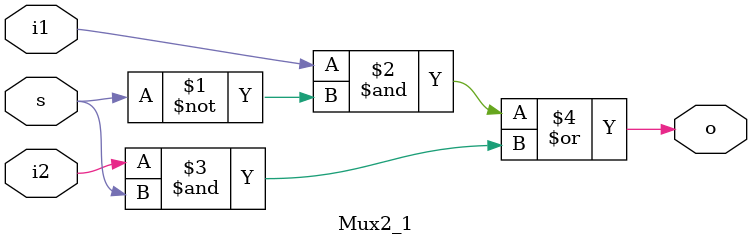
<source format=v>
module Mux2_1(o,i1,i2,s);
output o;
input i1,i2,s;
assign o=i1&~s|i2&s;
endmodule


</source>
